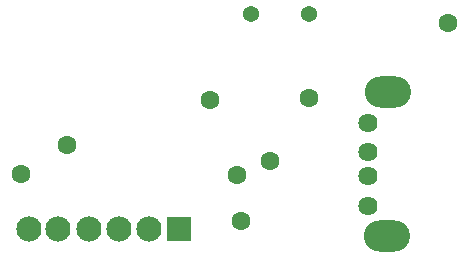
<source format=gbs>
G04*
G04 #@! TF.GenerationSoftware,Altium Limited,Altium Designer,22.8.2 (66)*
G04*
G04 Layer_Color=16711935*
%FSLAX44Y44*%
%MOMM*%
G71*
G04*
G04 #@! TF.SameCoordinates,52C54432-6914-4BE2-A169-96465BD4BA84*
G04*
G04*
G04 #@! TF.FilePolarity,Negative*
G04*
G01*
G75*
%ADD25C,1.3716*%
%ADD26O,3.9116X2.6416*%
%ADD27C,1.6256*%
%ADD28C,2.1336*%
%ADD29R,2.1336X2.1336*%
%ADD30C,1.6016*%
D25*
X1591000Y1219000D02*
D03*
X1640000D02*
D03*
D26*
X1707370Y1153040D02*
D03*
X1706370Y1031040D02*
D03*
D27*
X1690370Y1082040D02*
D03*
Y1102040D02*
D03*
Y1057040D02*
D03*
Y1127040D02*
D03*
D28*
X1505000Y1037000D02*
D03*
X1403000D02*
D03*
X1428000D02*
D03*
X1454000D02*
D03*
X1479000D02*
D03*
D29*
X1530000D02*
D03*
D30*
X1758000Y1212000D02*
D03*
X1435000Y1108000D02*
D03*
X1607000Y1095000D02*
D03*
X1396000Y1084000D02*
D03*
X1556000Y1146000D02*
D03*
X1640000Y1148000D02*
D03*
X1583000Y1044000D02*
D03*
X1579000Y1083000D02*
D03*
M02*

</source>
